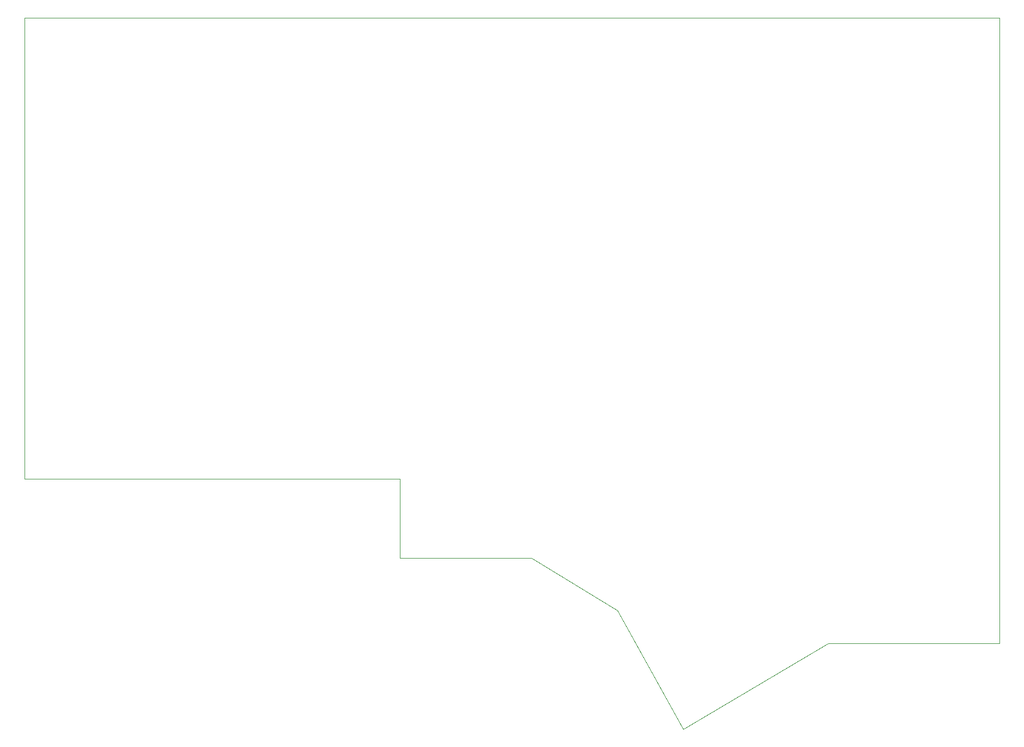
<source format=gm1>
%TF.GenerationSoftware,KiCad,Pcbnew,9.0.4*%
%TF.CreationDate,2025-11-01T07:51:32+01:00*%
%TF.ProjectId,kbv3-left,6b627633-2d6c-4656-9674-2e6b69636164,rev?*%
%TF.SameCoordinates,Original*%
%TF.FileFunction,Profile,NP*%
%FSLAX46Y46*%
G04 Gerber Fmt 4.6, Leading zero omitted, Abs format (unit mm)*
G04 Created by KiCad (PCBNEW 9.0.4) date 2025-11-01 07:51:32*
%MOMM*%
%LPD*%
G01*
G04 APERTURE LIST*
%TA.AperFunction,Profile*%
%ADD10C,0.038100*%
%TD*%
G04 APERTURE END LIST*
D10*
X196000000Y-145000000D02*
X222000000Y-145000000D01*
X74000000Y-50000000D02*
X74000000Y-120000000D01*
X222000000Y-50000000D02*
X74000000Y-50000000D01*
X131000000Y-120000000D02*
X131000000Y-132000000D01*
X164000000Y-140000000D02*
X174000000Y-158000000D01*
X151000000Y-132000000D02*
X164000000Y-140000000D01*
X174000000Y-158000000D02*
X196000000Y-145000000D01*
X74000000Y-120000000D02*
X131000000Y-120000000D01*
X131000000Y-132000000D02*
X151000000Y-132000000D01*
X222000000Y-145000000D02*
X222000000Y-50000000D01*
M02*

</source>
